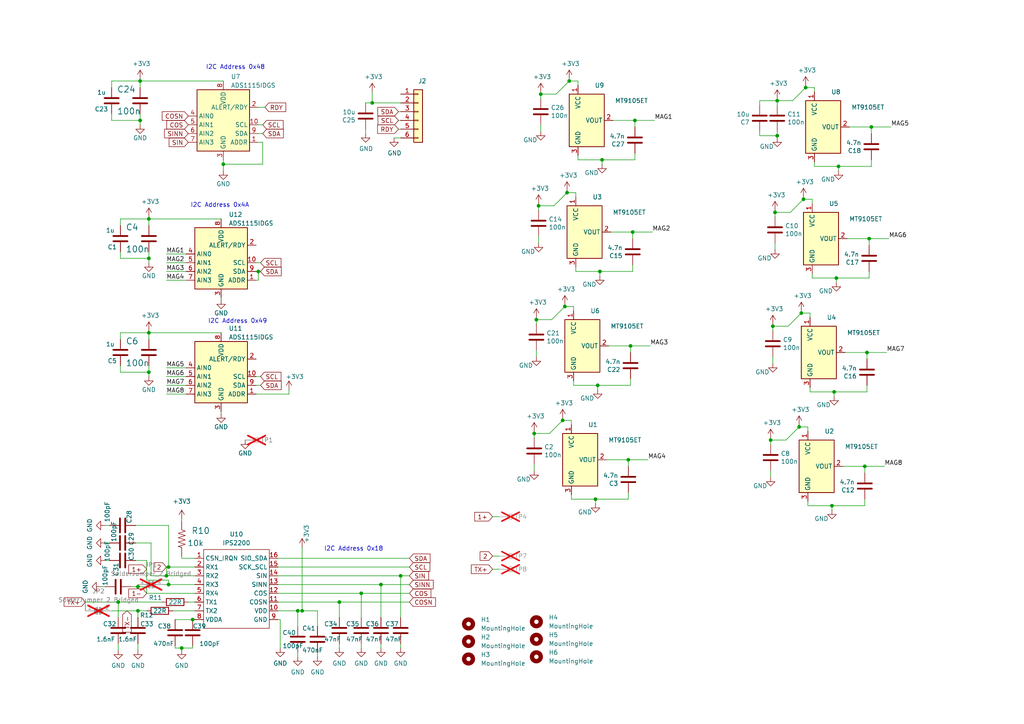
<source format=kicad_sch>
(kicad_sch (version 20230121) (generator eeschema)
  (paper "A4")
  (junction (at 232.41 90.805))
  (junction (at 107.95 29.845))
  (junction (at 182.245 133.35))
  (junction (at 173.355 111.76))
  (junction (at 163.83 88.9))
  (junction (at 225.425 39.37))
  (junction (at 43.18 96.52))
  (junction (at 172.72 144.78))
  (junction (at 154.94 125.73))
  (junction (at 40.64 23.495))
  (junction (at 223.52 127.635))
  (junction (at 74.93 78.74))
  (junction (at 252.73 36.83))
  (junction (at 250.825 135.255))
  (junction (at 155.575 92.71))
  (junction (at 87.63 177.165))
  (junction (at 40.005 170.18))
  (junction (at 252.095 69.215))
  (junction (at 224.155 94.615))
  (junction (at 225.425 29.21))
  (junction (at 183.515 67.31))
  (junction (at 64.77 47.625))
  (junction (at 241.935 113.665))
  (junction (at 48.895 164.465))
  (junction (at 40.005 177.165))
  (junction (at 86.36 177.165))
  (junction (at 173.99 78.74))
  (junction (at 156.21 59.69))
  (junction (at 55.88 179.705))
  (junction (at 48.26 167.005))
  (junction (at 224.79 61.595))
  (junction (at 231.775 123.825))
  (junction (at 184.15 34.925))
  (junction (at 182.88 100.33))
  (junction (at 43.18 107.95))
  (junction (at 163.195 121.92))
  (junction (at 43.18 63.5))
  (junction (at 104.775 172.085))
  (junction (at 165.1 23.495))
  (junction (at 52.705 187.96))
  (junction (at 242.57 80.645))
  (junction (at 164.465 55.88))
  (junction (at 156.845 27.305))
  (junction (at 98.425 174.625))
  (junction (at 48.895 169.545))
  (junction (at 40.64 34.925))
  (junction (at 34.29 174.625))
  (junction (at 174.625 46.355))
  (junction (at 241.3 146.685))
  (junction (at 243.205 48.26))
  (junction (at 43.18 74.93))
  (junction (at 233.68 25.4))
  (junction (at 116.205 167.005))
  (junction (at 233.045 57.785))
  (junction (at 251.46 102.235))
  (junction (at 110.49 169.545))
  (wire (pts (xy 160.02 92.71) (xy 163.83 88.9)))
  (wire (pts (xy 114.3 40.005) (xy 116.205 40.005)))
  (wire (pts (xy 225.425 29.21) (xy 229.87 29.21)))
  (wire (pts (xy 32.385 177.165) (xy 40.005 177.165)))
  (wire (pts (xy 184.15 34.925) (xy 184.15 36.83)))
  (wire (pts (xy 40.005 170.18) (xy 42.545 170.18)))
  (wire (pts (xy 234.315 125.095) (xy 234.315 123.825)))
  (wire (pts (xy 233.045 57.785) (xy 235.585 57.785)))
  (wire (pts (xy 43.18 74.93) (xy 43.18 76.2)))
  (wire (pts (xy 225.425 39.37) (xy 225.425 40.005)))
  (wire (pts (xy 220.345 30.48) (xy 220.345 29.21)))
  (wire (pts (xy 183.515 76.835) (xy 183.515 78.74)))
  (wire (pts (xy 48.26 81.28) (xy 53.975 81.28)))
  (wire (pts (xy 83.82 113.03) (xy 83.82 114.3)))
  (wire (pts (xy 31.75 157.48) (xy 30.48 157.48)))
  (wire (pts (xy 48.26 106.68) (xy 53.975 106.68)))
  (wire (pts (xy 224.155 94.615) (xy 228.6 94.615)))
  (wire (pts (xy 142.875 165.1) (xy 144.78 165.1)))
  (wire (pts (xy 223.52 127.635) (xy 223.52 128.905)))
  (wire (pts (xy 34.925 106.045) (xy 34.925 107.95)))
  (wire (pts (xy 55.88 179.705) (xy 56.515 179.705)))
  (wire (pts (xy 74.295 111.76) (xy 75.565 111.76)))
  (wire (pts (xy 167.64 46.355) (xy 174.625 46.355)))
  (wire (pts (xy 242.57 80.645) (xy 242.57 81.915)))
  (wire (pts (xy 40.005 186.69) (xy 40.005 188.595)))
  (wire (pts (xy 116.205 34.925) (xy 115.57 34.925)))
  (wire (pts (xy 48.895 152.4) (xy 48.895 164.465)))
  (wire (pts (xy 39.37 152.4) (xy 48.895 152.4)))
  (wire (pts (xy 104.775 186.69) (xy 104.775 187.96)))
  (wire (pts (xy 167.005 57.15) (xy 167.005 55.88)))
  (wire (pts (xy 75.565 109.22) (xy 74.295 109.22)))
  (wire (pts (xy 182.88 100.33) (xy 188.595 100.33)))
  (wire (pts (xy 87.63 158.75) (xy 87.63 177.165)))
  (wire (pts (xy 40.005 169.545) (xy 40.005 170.18)))
  (wire (pts (xy 250.825 144.78) (xy 250.825 146.685)))
  (wire (pts (xy 234.95 113.665) (xy 241.935 113.665)))
  (wire (pts (xy 142.875 149.86) (xy 144.78 149.86)))
  (wire (pts (xy 116.205 32.385) (xy 115.57 32.385)))
  (wire (pts (xy 34.925 74.93) (xy 43.18 74.93)))
  (wire (pts (xy 156.21 68.58) (xy 156.21 70.485)))
  (wire (pts (xy 40.64 23.495) (xy 64.77 23.495)))
  (wire (pts (xy 251.46 102.235) (xy 251.46 104.14)))
  (wire (pts (xy 30.48 170.18) (xy 29.21 170.18)))
  (wire (pts (xy 154.94 125.73) (xy 154.94 127)))
  (wire (pts (xy 183.515 67.31) (xy 183.515 69.215)))
  (wire (pts (xy 110.49 169.545) (xy 110.49 179.07)))
  (wire (pts (xy 40.64 33.02) (xy 40.64 34.925)))
  (wire (pts (xy 48.895 164.465) (xy 48.26 164.465)))
  (wire (pts (xy 48.26 164.465) (xy 48.26 167.005)))
  (wire (pts (xy 48.26 167.005) (xy 56.515 167.005)))
  (wire (pts (xy 56.515 164.465) (xy 48.895 164.465)))
  (wire (pts (xy 156.21 59.69) (xy 160.655 59.69)))
  (wire (pts (xy 252.73 36.83) (xy 252.73 38.735)))
  (wire (pts (xy 182.245 142.875) (xy 182.245 144.78)))
  (wire (pts (xy 251.46 111.76) (xy 251.46 113.665)))
  (wire (pts (xy 42.545 162.56) (xy 42.545 168.275)))
  (wire (pts (xy 39.37 162.56) (xy 42.545 162.56)))
  (wire (pts (xy 48.895 168.275) (xy 48.895 169.545)))
  (wire (pts (xy 42.545 168.275) (xy 48.895 168.275)))
  (wire (pts (xy 167.64 24.765) (xy 167.64 23.495)))
  (wire (pts (xy 224.79 61.595) (xy 224.79 62.865)))
  (wire (pts (xy 43.18 63.5) (xy 34.925 63.5)))
  (wire (pts (xy 156.845 36.195) (xy 156.845 38.1)))
  (wire (pts (xy 183.515 67.31) (xy 189.23 67.31)))
  (wire (pts (xy 165.735 123.19) (xy 165.735 121.92)))
  (wire (pts (xy 177.8 34.925) (xy 184.15 34.925)))
  (wire (pts (xy 224.79 60.96) (xy 224.79 61.595)))
  (wire (pts (xy 40.64 22.86) (xy 40.64 23.495)))
  (wire (pts (xy 252.095 69.215) (xy 257.81 69.215)))
  (wire (pts (xy 40.64 34.925) (xy 40.64 36.195)))
  (wire (pts (xy 173.99 78.74) (xy 173.99 80.01)))
  (wire (pts (xy 154.94 125.095) (xy 154.94 125.73)))
  (wire (pts (xy 48.26 109.22) (xy 53.975 109.22)))
  (wire (pts (xy 56.515 161.925) (xy 52.705 161.925)))
  (wire (pts (xy 104.775 172.085) (xy 104.775 179.07)))
  (wire (pts (xy 43.18 73.025) (xy 43.18 74.93)))
  (wire (pts (xy 167.64 45.085) (xy 167.64 46.355)))
  (wire (pts (xy 76.2 38.735) (xy 74.93 38.735)))
  (wire (pts (xy 116.205 167.005) (xy 116.205 179.07)))
  (wire (pts (xy 236.22 48.26) (xy 243.205 48.26)))
  (wire (pts (xy 225.425 38.1) (xy 225.425 39.37)))
  (wire (pts (xy 40.64 23.495) (xy 32.385 23.495)))
  (wire (pts (xy 155.575 92.075) (xy 155.575 92.71)))
  (wire (pts (xy 31.75 162.56) (xy 30.48 162.56)))
  (wire (pts (xy 245.11 102.235) (xy 251.46 102.235)))
  (wire (pts (xy 163.195 121.92) (xy 165.735 121.92)))
  (wire (pts (xy 43.18 96.52) (xy 34.925 96.52)))
  (wire (pts (xy 164.465 55.88) (xy 164.465 55.245)))
  (wire (pts (xy 40.64 23.495) (xy 40.64 25.4)))
  (wire (pts (xy 52.705 187.96) (xy 52.705 188.595)))
  (wire (pts (xy 233.68 25.4) (xy 236.22 25.4)))
  (wire (pts (xy 166.37 111.76) (xy 173.355 111.76)))
  (wire (pts (xy 182.245 133.35) (xy 182.245 135.255)))
  (wire (pts (xy 81.28 179.705) (xy 81.28 187.96)))
  (wire (pts (xy 81.28 179.705) (xy 80.645 179.705)))
  (wire (pts (xy 32.385 23.495) (xy 32.385 25.4)))
  (wire (pts (xy 225.425 28.575) (xy 225.425 29.21)))
  (wire (pts (xy 166.37 90.17) (xy 166.37 88.9)))
  (wire (pts (xy 234.95 112.395) (xy 234.95 113.665)))
  (wire (pts (xy 242.57 80.645) (xy 252.095 80.645)))
  (wire (pts (xy 43.18 107.95) (xy 43.18 109.22)))
  (wire (pts (xy 106.045 29.845) (xy 107.95 29.845)))
  (wire (pts (xy 241.3 146.685) (xy 241.3 147.955)))
  (wire (pts (xy 224.79 70.485) (xy 224.79 72.39)))
  (wire (pts (xy 163.83 88.9) (xy 166.37 88.9)))
  (wire (pts (xy 74.93 78.74) (xy 74.295 78.74)))
  (wire (pts (xy 116.205 37.465) (xy 115.57 37.465)))
  (wire (pts (xy 43.18 63.5) (xy 64.135 63.5)))
  (wire (pts (xy 64.77 47.625) (xy 64.77 49.53)))
  (wire (pts (xy 98.425 186.69) (xy 98.425 187.96)))
  (wire (pts (xy 38.1 170.18) (xy 40.005 170.18)))
  (wire (pts (xy 42.545 170.18) (xy 42.545 172.085)))
  (wire (pts (xy 42.545 172.085) (xy 56.515 172.085)))
  (wire (pts (xy 160.655 59.69) (xy 164.465 55.88)))
  (wire (pts (xy 224.155 93.98) (xy 224.155 94.615)))
  (wire (pts (xy 223.52 136.525) (xy 223.52 138.43)))
  (wire (pts (xy 48.26 76.2) (xy 53.975 76.2)))
  (wire (pts (xy 177.165 67.31) (xy 183.515 67.31)))
  (wire (pts (xy 156.845 26.67) (xy 156.845 27.305)))
  (wire (pts (xy 252.73 46.355) (xy 252.73 48.26)))
  (wire (pts (xy 245.745 69.215) (xy 252.095 69.215)))
  (wire (pts (xy 110.49 186.69) (xy 110.49 187.96)))
  (wire (pts (xy 167.005 78.74) (xy 173.99 78.74)))
  (wire (pts (xy 43.815 157.48) (xy 43.815 167.005)))
  (wire (pts (xy 39.37 157.48) (xy 43.815 157.48)))
  (wire (pts (xy 43.815 167.005) (xy 48.26 167.005)))
  (wire (pts (xy 174.625 46.355) (xy 184.15 46.355)))
  (wire (pts (xy 55.88 187.325) (xy 55.88 187.96)))
  (wire (pts (xy 64.77 46.355) (xy 64.77 47.625)))
  (wire (pts (xy 252.73 36.83) (xy 258.445 36.83)))
  (wire (pts (xy 52.705 161.29) (xy 52.705 161.925)))
  (wire (pts (xy 236.22 46.99) (xy 236.22 48.26)))
  (wire (pts (xy 98.425 174.625) (xy 98.425 179.07)))
  (wire (pts (xy 48.26 78.74) (xy 53.975 78.74)))
  (wire (pts (xy 50.8 179.705) (xy 55.88 179.705)))
  (wire (pts (xy 50.8 187.96) (xy 52.705 187.96)))
  (wire (pts (xy 155.575 92.71) (xy 160.02 92.71)))
  (wire (pts (xy 154.94 125.73) (xy 159.385 125.73)))
  (wire (pts (xy 243.205 48.26) (xy 252.73 48.26)))
  (wire (pts (xy 224.79 61.595) (xy 229.235 61.595)))
  (wire (pts (xy 220.345 29.21) (xy 225.425 29.21)))
  (wire (pts (xy 223.52 127.635) (xy 227.965 127.635)))
  (wire (pts (xy 64.135 119.38) (xy 64.135 120.015)))
  (wire (pts (xy 87.63 177.165) (xy 92.075 177.165)))
  (wire (pts (xy 92.075 177.165) (xy 92.075 181.61)))
  (wire (pts (xy 86.36 177.165) (xy 87.63 177.165)))
  (wire (pts (xy 24.765 174.625) (xy 34.29 174.625)))
  (wire (pts (xy 24.765 174.625) (xy 24.765 177.165)))
  (wire (pts (xy 34.29 174.625) (xy 46.99 174.625)))
  (wire (pts (xy 40.005 177.165) (xy 42.545 177.165)))
  (wire (pts (xy 233.68 25.4) (xy 233.68 24.765)))
  (wire (pts (xy 220.345 39.37) (xy 225.425 39.37)))
  (wire (pts (xy 173.99 78.74) (xy 183.515 78.74)))
  (wire (pts (xy 250.825 135.255) (xy 256.54 135.255)))
  (wire (pts (xy 75.565 76.2) (xy 74.295 76.2)))
  (wire (pts (xy 76.835 31.115) (xy 74.93 31.115)))
  (wire (pts (xy 80.645 164.465) (xy 118.745 164.465)))
  (wire (pts (xy 172.72 144.78) (xy 182.245 144.78)))
  (wire (pts (xy 236.22 26.67) (xy 236.22 25.4)))
  (wire (pts (xy 64.77 47.625) (xy 76.2 47.625)))
  (wire (pts (xy 165.735 143.51) (xy 165.735 144.78)))
  (wire (pts (xy 234.315 146.685) (xy 241.3 146.685)))
  (wire (pts (xy 232.41 90.805) (xy 232.41 90.17)))
  (wire (pts (xy 34.925 96.52) (xy 34.925 98.425)))
  (wire (pts (xy 184.15 44.45) (xy 184.15 46.355)))
  (wire (pts (xy 92.075 189.23) (xy 92.075 190.5)))
  (wire (pts (xy 161.29 27.305) (xy 165.1 23.495)))
  (wire (pts (xy 173.355 111.76) (xy 182.88 111.76)))
  (wire (pts (xy 172.72 144.78) (xy 172.72 146.05)))
  (wire (pts (xy 228.6 94.615) (xy 232.41 90.805)))
  (wire (pts (xy 235.585 80.645) (xy 242.57 80.645)))
  (wire (pts (xy 156.845 27.305) (xy 156.845 28.575)))
  (wire (pts (xy 182.88 100.33) (xy 182.88 102.235)))
  (wire (pts (xy 235.585 79.375) (xy 235.585 80.645)))
  (wire (pts (xy 252.095 78.74) (xy 252.095 80.645)))
  (wire (pts (xy 48.26 73.66) (xy 53.975 73.66)))
  (wire (pts (xy 251.46 102.235) (xy 257.175 102.235)))
  (wire (pts (xy 80.645 172.085) (xy 104.775 172.085)))
  (wire (pts (xy 104.775 172.085) (xy 118.745 172.085)))
  (wire (pts (xy 34.925 107.95) (xy 43.18 107.95)))
  (wire (pts (xy 75.565 78.74) (xy 74.93 78.74)))
  (wire (pts (xy 224.155 94.615) (xy 224.155 95.885)))
  (wire (pts (xy 34.29 186.69) (xy 34.29 188.595)))
  (wire (pts (xy 48.26 111.76) (xy 53.975 111.76)))
  (wire (pts (xy 165.1 23.495) (xy 167.64 23.495)))
  (wire (pts (xy 241.935 113.665) (xy 251.46 113.665)))
  (wire (pts (xy 176.53 100.33) (xy 182.88 100.33)))
  (wire (pts (xy 98.425 174.625) (xy 118.745 174.625)))
  (wire (pts (xy 80.645 174.625) (xy 98.425 174.625)))
  (wire (pts (xy 241.3 146.685) (xy 250.825 146.685)))
  (wire (pts (xy 80.645 167.005) (xy 116.205 167.005)))
  (wire (pts (xy 116.205 167.005) (xy 118.745 167.005)))
  (wire (pts (xy 182.245 133.35) (xy 187.96 133.35)))
  (wire (pts (xy 220.345 38.1) (xy 220.345 39.37)))
  (wire (pts (xy 164.465 55.88) (xy 167.005 55.88)))
  (wire (pts (xy 32.385 34.925) (xy 40.64 34.925)))
  (wire (pts (xy 48.26 114.3) (xy 53.975 114.3)))
  (wire (pts (xy 184.15 34.925) (xy 189.865 34.925)))
  (wire (pts (xy 43.18 96.52) (xy 43.18 98.425)))
  (wire (pts (xy 107.95 29.845) (xy 116.205 29.845)))
  (wire (pts (xy 74.295 81.28) (xy 74.93 81.28)))
  (wire (pts (xy 229.87 29.21) (xy 233.68 25.4)))
  (wire (pts (xy 165.735 144.78) (xy 172.72 144.78)))
  (wire (pts (xy 43.18 63.5) (xy 43.18 65.405)))
  (wire (pts (xy 252.095 69.215) (xy 252.095 71.12)))
  (wire (pts (xy 34.925 63.5) (xy 34.925 65.405)))
  (wire (pts (xy 31.75 152.4) (xy 30.48 152.4)))
  (wire (pts (xy 64.135 86.36) (xy 64.135 86.995)))
  (wire (pts (xy 173.355 111.76) (xy 173.355 113.03)))
  (wire (pts (xy 74.93 41.275) (xy 76.2 41.275)))
  (wire (pts (xy 166.37 110.49) (xy 166.37 111.76)))
  (wire (pts (xy 155.575 101.6) (xy 155.575 103.505)))
  (wire (pts (xy 165.1 23.495) (xy 165.1 22.86)))
  (wire (pts (xy 43.18 106.045) (xy 43.18 107.95)))
  (wire (pts (xy 50.8 187.325) (xy 50.8 187.96)))
  (wire (pts (xy 80.645 169.545) (xy 110.49 169.545)))
  (wire (pts (xy 110.49 169.545) (xy 118.745 169.545)))
  (wire (pts (xy 233.045 57.785) (xy 233.045 57.15)))
  (wire (pts (xy 234.95 92.075) (xy 234.95 90.805)))
  (wire (pts (xy 225.425 29.21) (xy 225.425 30.48)))
  (wire (pts (xy 159.385 125.73) (xy 163.195 121.92)))
  (wire (pts (xy 224.155 103.505) (xy 224.155 105.41)))
  (wire (pts (xy 52.705 150.495) (xy 52.705 151.13)))
  (wire (pts (xy 163.195 121.92) (xy 163.195 121.285)))
  (wire (pts (xy 250.825 135.255) (xy 250.825 137.16)))
  (wire (pts (xy 235.585 59.055) (xy 235.585 57.785)))
  (wire (pts (xy 229.235 61.595) (xy 233.045 57.785)))
  (wire (pts (xy 76.2 41.275) (xy 76.2 47.625)))
  (wire (pts (xy 34.925 73.025) (xy 34.925 74.93)))
  (wire (pts (xy 154.94 134.62) (xy 154.94 136.525)))
  (wire (pts (xy 32.385 33.02) (xy 32.385 34.925)))
  (wire (pts (xy 86.36 189.23) (xy 86.36 190.5)))
  (wire (pts (xy 231.775 123.825) (xy 231.775 123.19)))
  (wire (pts (xy 223.52 127) (xy 223.52 127.635)))
  (wire (pts (xy 54.61 174.625) (xy 56.515 174.625)))
  (wire (pts (xy 231.775 123.825) (xy 234.315 123.825)))
  (wire (pts (xy 142.875 161.29) (xy 144.78 161.29)))
  (wire (pts (xy 155.575 92.71) (xy 155.575 93.98)))
  (wire (pts (xy 234.315 145.415) (xy 234.315 146.685)))
  (wire (pts (xy 40.005 177.165) (xy 40.005 179.07)))
  (wire (pts (xy 55.88 187.96) (xy 52.705 187.96)))
  (wire (pts (xy 246.38 36.83) (xy 252.73 36.83)))
  (wire (pts (xy 107.95 26.67) (xy 107.95 29.845)))
  (wire (pts (xy 43.18 96.52) (xy 64.135 96.52)))
  (wire (pts (xy 76.2 36.195) (xy 74.93 36.195)))
  (wire (pts (xy 227.965 127.635) (xy 231.775 123.825)))
  (wire (pts (xy 74.295 114.3) (xy 83.82 114.3)))
  (wire (pts (xy 232.41 90.805) (xy 234.95 90.805)))
  (wire (pts (xy 86.36 177.165) (xy 86.36 181.61)))
  (wire (pts (xy 80.645 177.165) (xy 86.36 177.165)))
  (wire (pts (xy 182.88 109.855) (xy 182.88 111.76)))
  (wire (pts (xy 167.005 77.47) (xy 167.005 78.74)))
  (wire (pts (xy 43.18 95.885) (xy 43.18 96.52)))
  (wire (pts (xy 243.205 48.26) (xy 243.205 49.53)))
  (wire (pts (xy 34.29 179.07) (xy 34.29 174.625)))
  (wire (pts (xy 47.625 169.545) (xy 48.895 169.545)))
  (wire (pts (xy 163.83 88.9) (xy 163.83 88.265)))
  (wire (pts (xy 244.475 135.255) (xy 250.825 135.255)))
  (wire (pts (xy 56.515 169.545) (xy 48.895 169.545)))
  (wire (pts (xy 80.645 161.925) (xy 118.745 161.925)))
  (wire (pts (xy 175.895 133.35) (xy 182.245 133.35)))
  (wire (pts (xy 43.18 62.865) (xy 43.18 63.5)))
  (wire (pts (xy 106.045 38.735) (xy 106.045 37.465)))
  (wire (pts (xy 74.93 78.74) (xy 74.93 81.28)))
  (wire (pts (xy 156.845 27.305) (xy 161.29 27.305)))
  (wire (pts (xy 241.935 113.665) (xy 241.935 114.935)))
  (wire (pts (xy 174.625 46.355) (xy 174.625 47.625)))
  (wire (pts (xy 156.21 59.69) (xy 156.21 60.96)))
  (wire (pts (xy 116.205 186.69) (xy 116.205 187.96)))
  (wire (pts (xy 156.21 59.055) (xy 156.21 59.69)))
  (wire (pts (xy 50.165 177.165) (xy 56.515 177.165)))
  (text "I2C Address 0x49" (at 60.325 93.98 0) (effects (font (size 1.27 1.27)) (justify left bottom)))
  (text "I2C Address 0x18" (at 93.98 160.02 0) (effects (font (size 1.27 1.27)) (justify left bottom)))
  (text "I2C Address 0x48" (at 59.69 20.32 0) (effects (font (size 1.27 1.27)) (justify left bottom)))
  (text "I2C Address 0x4A" (at 55.245 60.325 0) (effects (font (size 1.27 1.27)) (justify left bottom)))
  (label "MAG3" (at 188.595 100.33 0))
  (label "MAG8" (at 48.26 114.3 0))
  (label "MAG2" (at 48.26 76.2 0))
  (label "MAG4" (at 187.96 133.35 0))
  (label "MAG6" (at 48.26 109.22 0))
  (label "MAG3" (at 48.26 78.74 0))
  (label "MAG8" (at 256.54 135.255 0))
  (label "MAG5" (at 258.445 36.83 0))
  (label "MAG7" (at 48.26 111.76 0))
  (label "MAG2" (at 189.23 67.31 0))
  (label "MAG1" (at 189.865 34.925 0))
  (label "MAG1" (at 48.26 73.66 0))
  (label "MAG7" (at 257.175 102.235 0))
  (label "MAG6" (at 257.81 69.215 0))
  (label "MAG4" (at 48.26 81.28 0))
  (label "MAG5" (at 48.26 106.68 0))
  (global_label "SDA" (shape input) (at 75.565 78.74 0) (property "Intersheetrefs" "${INTERSHEET_REFS}" (effects hide)))
  (global_label "1-" (shape input) (at 42.545 172.085 180) (property "Intersheetrefs" "${INTERSHEET_REFS}" (effects hide)))
  (global_label "1+" (shape input) (at 42.545 165.1 180) (property "Intersheetrefs" "${INTERSHEET_REFS}" (effects hide)))
  (global_label "COS" (shape input) (at 118.745 172.085 0) (property "Intersheetrefs" "${INTERSHEET_REFS}" (effects hide)))
  (global_label "SCL" (shape input) (at 115.57 34.925 180) (property "Intersheetrefs" "${INTERSHEET_REFS}" (effects hide)))
  (global_label "SDA" (shape input) (at 118.745 161.925 0) (property "Intersheetrefs" "${INTERSHEET_REFS}" (effects hide)))
  (global_label "SIN" (shape input) (at 118.745 167.005 0) (property "Intersheetrefs" "${INTERSHEET_REFS}" (effects hide)))
  (global_label "SCL" (shape input) (at 76.2 36.195 0) (property "Intersheetrefs" "${INTERSHEET_REFS}" (effects hide)))
  (global_label "TX-" (shape input) (at 36.83 177.165 270) (property "Intersheetrefs" "${INTERSHEET_REFS}" (effects hide)))
  (global_label "COSN" (shape input) (at 118.745 174.625 0) (property "Intersheetrefs" "${INTERSHEET_REFS}" (effects hide)))
  (global_label "RDY" (shape input) (at 115.57 37.465 180) (property "Intersheetrefs" "${INTERSHEET_REFS}" (effects hide)))
  (global_label "COSN" (shape input) (at 54.61 33.655 180) (property "Intersheetrefs" "${INTERSHEET_REFS}" (effects hide)))
  (global_label "2" (shape input) (at 142.875 161.29 180) (property "Intersheetrefs" "${INTERSHEET_REFS}" (effects hide)))
  (global_label "SCL" (shape input) (at 75.565 76.2 0) (property "Intersheetrefs" "${INTERSHEET_REFS}" (effects hide)))
  (global_label "TX+" (shape input) (at 24.765 174.625 180) (property "Intersheetrefs" "${INTERSHEET_REFS}" (effects hide)))
  (global_label "SINN" (shape input) (at 118.745 169.545 0) (property "Intersheetrefs" "${INTERSHEET_REFS}" (effects hide)))
  (global_label "SDA" (shape input) (at 115.57 32.385 180) (property "Intersheetrefs" "${INTERSHEET_REFS}" (effects hide)))
  (global_label "SDA" (shape input) (at 76.2 38.735 0) (property "Intersheetrefs" "${INTERSHEET_REFS}" (effects hide)))
  (global_label "2" (shape input) (at 48.26 164.465 180) (property "Intersheetrefs" "${INTERSHEET_REFS}" (effects hide)))
  (global_label "SCL" (shape input) (at 75.565 109.22 0) (property "Intersheetrefs" "${INTERSHEET_REFS}" (effects hide)))
  (global_label "COS" (shape input) (at 54.61 36.195 180) (property "Intersheetrefs" "${INTERSHEET_REFS}" (effects hide)))
  (global_label "1+" (shape input) (at 142.875 149.86 180) (property "Intersheetrefs" "${INTERSHEET_REFS}" (effects hide)))
  (global_label "SCL" (shape input) (at 118.745 164.465 0) (property "Intersheetrefs" "${INTERSHEET_REFS}" (effects hide)))
  (global_label "SINN" (shape input) (at 54.61 38.735 180) (property "Intersheetrefs" "${INTERSHEET_REFS}" (effects hide)))
  (global_label "RDY" (shape input) (at 76.835 31.115 0) (property "Intersheetrefs" "${INTERSHEET_REFS}" (effects hide)))
  (global_label "TX+" (shape input) (at 142.875 165.1 180) (property "Intersheetrefs" "${INTERSHEET_REFS}" (effects hide)))
  (global_label "SDA" (shape input) (at 75.565 111.76 0) (property "Intersheetrefs" "${INTERSHEET_REFS}" (effects hide)))
  (global_label "SIN" (shape input) (at 54.61 41.275 180) (property "Intersheetrefs" "${INTERSHEET_REFS}" (effects hide)))
  (symbol (lib_id "power:GND") (at 86.36 190.5 0) (unit 1)
    (property "Reference" "#PWR063" (effects hide))
    (property "Value" "GND" (at 86.36 194.945 0))
  )
  (symbol (lib_id "Device:C") (at 40.64 29.21 0) (unit 1)
    (property "Reference" "C24" (at 33.909 26.924 0) (effects (font (size 1.778 1.778)) (justify left bottom)))
    (property "Value" "100n" (at 33.8836 33.274 0) (effects (font (size 1.778 1.778)) (justify left bottom)))
    (property "Footprint" "Capacitor_SMD:C_0603_1608Metric" (effects hide))
  )
  (symbol (lib_id "power:GND") (at 40.005 188.595 0) (unit 1)
    (property "Reference" "#PWR061" (effects hide))
    (property "Value" "GND" (at 40.005 193.04 0))
  )
  (symbol (lib_id "Mechanical:MountingHole") (at 155.575 190.5 0) (unit 1)
    (property "Reference" "H6" (at 159.131 189.2299 0) (effects (justify left)))
    (property "Value" "MountingHole" (at 159.131 191.7699 0) (effects (justify left)))
    (property "Footprint" "encoder:SMD_BD5.6-D4.1" (effects hide))
    (property "LCSC" "C2915308" (effects hide))
  )
  (symbol (lib_id "Sensor_Magnetic:A1101LLHL") (at 237.49 102.235 0) (unit 1)
    (property "Reference" "U4" (at 242.57 92.0749 0) (effects (justify right)))
    (property "Value" "MT9105ET" (at 255.27 96.5199 0) (effects (justify right)))
    (property "Footprint" "Package_TO_SOT_SMD:SOT-23" (effects hide))
    (property "LCSC" "C967861" (effects hide))
  )
  (symbol (lib_id "power:GND") (at 173.355 113.03 0) (unit 1)
    (property "Reference" "#PWR035" (effects hide))
    (property "Value" "GND" (at 170.307 115.5192 0))
  )
  (symbol (lib_id "Mechanical:MountingHole") (at 135.89 191.135 0) (unit 1)
    (property "Reference" "H3" (at 139.446 189.8649 0) (effects (justify left)))
    (property "Value" "MountingHole" (at 139.446 192.4049 0) (effects (justify left)))
    (property "Footprint" "encoder:SMD_BD5.6-D4.1" (effects hide))
    (property "LCSC" "C2915308" (effects hide))
  )
  (symbol (lib_id "power:+3V3") (at 107.95 26.67 0) (unit 1)
    (property "Reference" "#PWR038" (effects hide))
    (property "Value" "+3V3" (at 108.331 22.2758 0))
  )
  (symbol (lib_id "Connector_Generic:Conn_01x06") (at 121.285 32.385 0) (unit 1)
    (property "Reference" "J2" (at 121.285 23.4949 0) (effects (justify left)))
    (property "Value" "Conn_01x06" (effects hide))
    (property "Footprint" "parts:Ckmtw-W-2510S06P_1x06_P2.54mm_Horizontal" (effects hide))
    (property "LCSC" "C2982045" (effects hide))
  )
  (symbol (lib_id "power:GND") (at 30.48 162.56 270) (unit 1)
    (property "Reference" "#PWR053" (effects hide))
    (property "Value" "GND" (at 26.035 162.56 0))
  )
  (symbol (lib_id "Device:C") (at 86.36 185.42 180) (unit 1)
    (property "Reference" "C40" (at 81.915 183.5149 0) (effects (justify right)))
    (property "Value" "100pF" (at 81.915 187.3249 0) (effects (justify right)))
    (property "Footprint" "Capacitor_SMD:C_0603_1608Metric" (effects hide))
    (property "LCSC" "C14665" (effects hide))
  )
  (symbol (lib_id "Device:C") (at 184.15 40.64 180) (unit 1)
    (property "Reference" "C27" (at 181.229 41.8084 0) (effects (justify left)))
    (property "Value" "4.7n" (at 181.229 39.497 0) (effects (justify left)))
    (property "Footprint" "Capacitor_SMD:C_0603_1608Metric" (effects hide))
    (property "LCSC" "C106218" (effects hide))
  )
  (symbol (lib_id "Device:C") (at 251.46 107.95 180) (unit 1)
    (property "Reference" "C16" (at 248.539 109.1184 0) (effects (justify left)))
    (property "Value" "4.7n" (at 248.539 106.807 0) (effects (justify left)))
    (property "Footprint" "Capacitor_SMD:C_0603_1608Metric" (effects hide))
    (property "LCSC" "C106218" (effects hide))
  )
  (symbol (lib_id "Device:R") (at 50.8 174.625 90) (unit 1)
    (property "Reference" "R11" (at 45.085 173.355 90))
    (property "Value" "22R" (at 50.8 174.625 90))
    (property "Footprint" "Resistor_SMD:R_0603_1608Metric" (effects hide))
    (property "LCSC" "C107701" (effects hide))
  )
  (symbol (lib_id "power:GND") (at 104.775 187.96 0) (unit 1)
    (property "Reference" "#PWR057" (effects hide))
    (property "Value" "GND" (at 104.775 192.405 0))
  )
  (symbol (lib_id "Device:C") (at 35.56 157.48 90) (unit 1)
    (property "Reference" "C29" (at 38.1001 154.305 0) (effects (justify right)))
    (property "Value" "100pF" (at 33.0201 151.13 0) (effects (justify right)))
    (property "Footprint" "Capacitor_SMD:C_0603_1608Metric" (effects hide))
    (property "LCSC" "C14665" (effects hide))
  )
  (symbol (lib_id "power:+3V3") (at 163.195 121.285 0) (unit 1)
    (property "Reference" "#PWR03" (effects hide))
    (property "Value" "+3V3" (at 163.576 116.8908 0))
  )
  (symbol (lib_id "power:+3V3") (at 231.775 123.19 0) (unit 1)
    (property "Reference" "#PWR015" (effects hide))
    (property "Value" "+3V3" (at 232.156 118.7958 0))
  )
  (symbol (lib_id "Device:C") (at 32.385 29.21 180) (unit 1)
    (property "Reference" "C23" (at 31.369 31.6484 0) (effects (justify left)))
    (property "Value" "1u" (at 30.734 26.797 0) (effects (justify left)))
    (property "Footprint" "Capacitor_SMD:C_0603_1608Metric" (effects hide))
    (property "LCSC" "C15849" (effects hide))
  )
  (symbol (lib_id "Sensor_Magnetic:A1101LLHL") (at 236.855 135.255 0) (unit 1)
    (property "Reference" "U2" (at 241.935 125.0949 0) (effects (justify right)))
    (property "Value" "MT9105ET" (at 254.635 129.5399 0) (effects (justify right)))
    (property "Footprint" "Package_TO_SOT_SMD:SOT-23" (effects hide))
    (property "LCSC" "C967861" (effects hide))
  )
  (symbol (lib_id "power:GND") (at 71.12 127.635 0) (unit 1)
    (property "Reference" "#PWR045" (effects hide))
    (property "Value" "GND" (at 71.12 131.445 0))
  )
  (symbol (lib_id "power:GND") (at 116.205 187.96 0) (unit 1)
    (property "Reference" "#PWR059" (effects hide))
    (property "Value" "GND" (at 116.205 192.405 0))
  )
  (symbol (lib_id "Device:C") (at 225.425 34.29 0) (unit 1)
    (property "Reference" "C11" (at 228.346 33.1216 0) (effects (justify left)))
    (property "Value" "100n" (at 228.346 35.433 0) (effects (justify left)))
    (property "Footprint" "Capacitor_SMD:C_0603_1608Metric" (effects hide))
    (property "LCSC" "C14663" (effects hide))
  )
  (symbol (lib_id "power:GND") (at 64.135 86.995 0) (unit 1)
    (property "Reference" "#PWR032" (effects hide))
    (property "Value" "GND" (at 64.135 90.805 0))
  )
  (symbol (lib_id "Sensor_Magnetic:A1101LLHL") (at 238.76 36.83 0) (unit 1)
    (property "Reference" "U8" (at 243.84 26.6699 0) (effects (justify right)))
    (property "Value" "MT9105ET" (at 256.54 31.1149 0) (effects (justify right)))
    (property "Footprint" "Package_TO_SOT_SMD:SOT-23" (effects hide))
    (property "LCSC" "C967861" (effects hide))
  )
  (symbol (lib_id "power:+3V3") (at 154.94 125.095 0) (unit 1)
    (property "Reference" "#PWR01" (effects hide))
    (property "Value" "+3V3" (at 155.321 120.7008 0))
  )
  (symbol (lib_id "Mechanical:MountingHole") (at 135.89 180.975 0) (unit 1)
    (property "Reference" "H1" (at 139.446 179.7049 0) (effects (justify left)))
    (property "Value" "MountingHole" (at 139.446 182.2449 0) (effects (justify left)))
    (property "Footprint" "encoder:SMD_BD5.6-D4.1" (effects hide))
    (property "LCSC" "C2915308" (effects hide))
  )
  (symbol (lib_id "Sensor_Magnetic:A1101LLHL") (at 168.275 133.35 0) (unit 1)
    (property "Reference" "U1" (at 173.355 123.1899 0) (effects (justify right)))
    (property "Value" "MT9105ET" (at 186.055 127.6349 0) (effects (justify right)))
    (property "Footprint" "Package_TO_SOT_SMD:SOT-23" (effects hide))
    (property "LCSC" "C967861" (effects hide))
  )
  (symbol (lib_id "power:GND") (at 223.52 138.43 0) (unit 1)
    (property "Reference" "#PWR06" (effects hide))
    (property "Value" "GND" (at 220.472 140.9192 0))
  )
  (symbol (lib_id "Connector:TestPoint") (at 144.78 165.1 270) (unit 1) (in_bom no) (dnp yes)
    (property "Reference" "TP8" (at 149.225 165.1 90) (effects (justify left)))
    (property "Value" "TestPoint" (effects hide))
    (property "Footprint" "TestPoint:TestPoint_Pad_D2.0mm" (effects hide))
  )
  (symbol (lib_id "power:+3V3") (at 155.575 92.075 0) (unit 1)
    (property "Reference" "#PWR025" (effects hide))
    (property "Value" "+3V3" (at 155.956 87.6808 0))
  )
  (symbol (lib_id "Sensor_Magnetic:A1101LLHL") (at 169.545 67.31 0) (unit 1)
    (property "Reference" "U3" (at 174.625 57.1499 0) (effects (justify right)))
    (property "Value" "MT9105ET" (at 187.325 61.5949 0) (effects (justify right)))
    (property "Footprint" "Package_TO_SOT_SMD:SOT-23" (effects hide))
    (property "LCSC" "C967861" (effects hide))
  )
  (symbol (lib_id "Device:C") (at 106.045 33.655 180) (unit 1)
    (property "Reference" "C25" (at 103.124 34.8234 0) (effects (justify left)))
    (property "Value" "10u" (at 103.124 32.512 0) (effects (justify left)))
    (property "Footprint" "Capacitor_SMD:C_0805_2012Metric" (effects hide))
    (property "LCSC" "C15850" (effects hide))
  )
  (symbol (lib_id "Device:C") (at 250.825 140.97 180) (unit 1)
    (property "Reference" "C12" (at 247.904 142.1384 0) (effects (justify left)))
    (property "Value" "4.7n" (at 247.904 139.827 0) (effects (justify left)))
    (property "Footprint" "Capacitor_SMD:C_0603_1608Metric" (effects hide))
    (property "LCSC" "C106218" (effects hide))
  )
  (symbol (lib_id "power:GND") (at 114.3 40.005 0) (unit 1)
    (property "Reference" "#PWR040" (effects hide))
    (property "Value" "GND" (at 114.427 44.3992 0))
  )
  (symbol (lib_id "Device:C") (at 34.925 69.215 180) (unit 1)
    (property "Reference" "C1" (at 33.909 71.6534 0) (effects (justify left)))
    (property "Value" "1u" (at 33.274 66.802 0) (effects (justify left)))
    (property "Footprint" "Capacitor_SMD:C_0603_1608Metric" (effects hide))
    (property "LCSC" "C15849" (effects hide))
  )
  (symbol (lib_id "Device:C") (at 252.73 42.545 180) (unit 1)
    (property "Reference" "C18" (at 249.809 43.7134 0) (effects (justify left)))
    (property "Value" "4.7n" (at 249.809 41.402 0) (effects (justify left)))
    (property "Footprint" "Capacitor_SMD:C_0603_1608Metric" (effects hide))
    (property "LCSC" "C106218" (effects hide))
  )
  (symbol (lib_id "power:+3V3") (at 232.41 90.17 0) (unit 1)
    (property "Reference" "#PWR016" (effects hide))
    (property "Value" "+3V3" (at 232.791 85.7758 0))
  )
  (symbol (lib_id "Connector:TestPoint") (at 144.78 161.29 270) (unit 1) (in_bom no) (dnp yes)
    (property "Reference" "TP7" (at 149.225 161.29 90) (effects (justify left)))
    (property "Value" "TestPoint" (effects hide))
    (property "Footprint" "TestPoint:TestPoint_Pad_D2.0mm" (effects hide))
  )
  (symbol (lib_id "Device:C") (at 183.515 73.025 180) (unit 1)
    (property "Reference" "C15" (at 180.594 74.1934 0) (effects (justify left)))
    (property "Value" "4.7n" (at 180.594 71.882 0) (effects (justify left)))
    (property "Footprint" "Capacitor_SMD:C_0603_1608Metric" (effects hide))
    (property "LCSC" "C106218" (effects hide))
  )
  (symbol (lib_id "Sensor_Magnetic:A1101LLHL") (at 238.125 69.215 0) (unit 1)
    (property "Reference" "U5" (at 243.205 59.0549 0) (effects (justify right)))
    (property "Value" "MT9105ET" (at 255.905 63.4999 0) (effects (justify right)))
    (property "Footprint" "Package_TO_SOT_SMD:SOT-23" (effects hide))
    (property "LCSC" "C967861" (effects hide))
  )
  (symbol (lib_id "power:GND") (at 174.625 47.625 0) (unit 1)
    (property "Reference" "#PWR048" (effects hide))
    (property "Value" "GND" (at 171.577 50.1142 0))
  )
  (symbol (lib_id "power:+3V3") (at 233.045 57.15 0) (unit 1)
    (property "Reference" "#PWR018" (effects hide))
    (property "Value" "+3V3" (at 233.426 52.7558 0))
  )
  (symbol (lib_id "power:GND") (at 30.48 152.4 270) (unit 1)
    (property "Reference" "#PWR050" (effects hide))
    (property "Value" "GND" (at 26.035 152.4 0))
  )
  (symbol (lib_id "power:GND") (at 110.49 187.96 0) (unit 1)
    (property "Reference" "#PWR058" (effects hide))
    (property "Value" "GND" (at 110.49 192.405 0))
  )
  (symbol (lib_id "Mechanical:MountingHole") (at 155.575 185.42 0) (unit 1)
    (property "Reference" "H5" (at 159.131 184.1499 0) (effects (justify left)))
    (property "Value" "MountingHole" (at 159.131 186.6899 0) (effects (justify left)))
    (property "Footprint" "encoder:SMD_BD5.6-D4.1" (effects hide))
    (property "LCSC" "C2915308" (effects hide))
  )
  (symbol (lib_id "power:+3V3") (at 163.83 88.265 0) (unit 1)
    (property "Reference" "#PWR024" (effects hide))
    (property "Value" "+3V3" (at 164.211 83.8708 0))
  )
  (symbol (lib_id "MotorController:TAYLOR_RESISTOR") (at 52.705 156.21 270) (unit 1)
    (property "Reference" "R10" (at 55.4736 154.94 90) (effects (font (size 1.778 1.778)) (justify left bottom)))
    (property "Value" "10k" (at 54.356 156.591 90) (effects (font (size 1.651 1.651)) (justify left top)))
    (property "Footprint" "Resistor_SMD:R_0603_1608Metric" (effects hide))
    (property "LCSC" "C25804" (effects hide))
  )
  (symbol (lib_id "power:+3V3") (at 43.18 62.865 0) (unit 1)
    (property "Reference" "#PWR028" (effects hide))
    (property "Value" "+3V3" (at 43.561 58.4708 0))
  )
  (symbol (lib_id "Mechanical:MountingHole") (at 135.89 186.055 0) (unit 1)
    (property "Reference" "H2" (at 139.446 184.7849 0) (effects (justify left)))
    (property "Value" "MountingHole" (at 139.446 187.3249 0) (effects (justify left)))
    (property "Footprint" "encoder:SMD_BD5.6-D4.1" (effects hide))
    (property "LCSC" "C2915308" (effects hide))
  )
  (symbol (lib_id "Sensor_Magnetic:A1101LLHL") (at 170.18 34.925 0) (unit 1)
    (property "Reference" "U9" (at 175.26 24.7649 0) (effects (justify right)))
    (property "Value" "MT9105ET" (at 187.96 29.2099 0) (effects (justify right)))
    (property "Footprint" "Package_TO_SOT_SMD:SOT-23" (effects hide))
    (property "LCSC" "C967861" (effects hide))
  )
  (symbol (lib_id "power:GND") (at 224.155 105.41 0) (unit 1)
    (property "Reference" "#PWR08" (effects hide))
    (property "Value" "GND" (at 221.107 107.8992 0))
  )
  (symbol (lib_id "power:+3V3") (at 43.18 95.885 0) (unit 1)
    (property "Reference" "#PWR033" (effects hide))
    (property "Value" "+3V3" (at 43.561 91.4908 0))
  )
  (symbol (lib_id "Device:C") (at 224.155 99.695 0) (unit 1)
    (property "Reference" "C9" (at 227.076 98.5266 0) (effects (justify left)))
    (property "Value" "100n" (at 227.076 100.838 0) (effects (justify left)))
    (property "Footprint" "Capacitor_SMD:C_0603_1608Metric" (effects hide))
    (property "LCSC" "C14663" (effects hide))
  )
  (symbol (lib_id "power:+3V3") (at 224.155 93.98 0) (unit 1)
    (property "Reference" "#PWR07" (effects hide))
    (property "Value" "+3V3" (at 224.536 89.5858 0))
  )
  (symbol (lib_id "Device:C") (at 116.205 182.88 180) (unit 1)
    (property "Reference" "C37" (at 111.76 180.9749 0) (effects (justify right)))
    (property "Value" "47nF" (at 111.76 185.4199 0) (effects (justify right)))
    (property "Footprint" "Capacitor_SMD:C_0603_1608Metric" (effects hide))
    (property "LCSC" "C285123" (effects hide))
  )
  (symbol (lib_id "Device:C") (at 34.29 182.88 0) (unit 1)
    (property "Reference" "C32" (at 29.845 180.9749 0) (effects (justify left)))
    (property "Value" "1.6nF" (at 27.94 185.4199 0) (effects (justify left)))
    (property "Footprint" "Capacitor_SMD:C_0603_1608Metric" (effects hide))
    (property "LCSC" "C437532" (effects hide))
  )
  (symbol (lib_id "power:+3V3") (at 225.425 28.575 0) (unit 1)
    (property "Reference" "#PWR011" (effects hide))
    (property "Value" "+3V3" (at 225.806 24.1808 0))
  )
  (symbol (lib_id "Sensor_Magnetic:A1101LLHL") (at 168.91 100.33 0) (unit 1)
    (property "Reference" "U6" (at 173.99 90.1699 0) (effects (justify right)))
    (property "Value" "MT9105ET" (at 186.69 94.6149 0) (effects (justify right)))
    (property "Footprint" "Package_TO_SOT_SMD:SOT-23" (effects hide))
    (property "LCSC" "C967861" (effects hide))
  )
  (symbol (lib_id "Device:C") (at 223.52 132.715 0) (unit 1)
    (property "Reference" "C8" (at 226.441 131.5466 0) (effects (justify left)))
    (property "Value" "100n" (at 226.441 133.858 0) (effects (justify left)))
    (property "Footprint" "Capacitor_SMD:C_0603_1608Metric" (effects hide))
    (property "LCSC" "C14663" (effects hide))
  )
  (symbol (lib_id "Connector:TestPoint") (at 71.12 127.635 270) (unit 1) (in_bom no) (dnp yes)
    (property "Reference" "TP1" (at 75.565 127.635 90) (effects (justify left)))
    (property "Value" "TestPoint" (effects hide))
    (property "Footprint" "TestPoint:TestPoint_Pad_D2.0mm" (effects hide))
  )
  (symbol (lib_id "Device:C") (at 156.21 64.77 0) (unit 1)
    (property "Reference" "C14" (at 159.131 63.6016 0) (effects (justify left)))
    (property "Value" "100n" (at 159.131 65.913 0) (effects (justify left)))
    (property "Footprint" "Capacitor_SMD:C_0603_1608Metric" (effects hide))
    (property "LCSC" "C14663" (effects hide))
  )
  (symbol (lib_id "power:GND") (at 43.18 76.2 0) (unit 1)
    (property "Reference" "#PWR031" (effects hide))
    (property "Value" "GND" (at 43.18 80.01 0))
  )
  (symbol (lib_id "Analog_ADC:ADS1115IDGS") (at 64.135 76.2 0) (unit 1)
    (property "Reference" "U12" (at 66.3291 62.23 0) (effects (justify left)))
    (property "Value" "ADS1115IDGS" (at 66.3291 64.77 0) (effects (justify left)))
    (property "Footprint" "Package_SO:TSSOP-10_3x3mm_P0.5mm" (effects hide))
    (property "Datasheet" "http://www.ti.com/lit/ds/symlink/ads1113.pdf" (effects hide))
    (property "LCSC" "C37593" (effects hide))
  )
  (symbol (lib_id "Device:C") (at 110.49 182.88 180) (unit 1)
    (property "Reference" "C36" (at 106.045 180.9749 0) (effects (justify right)))
    (property "Value" "47nF" (at 106.045 185.4199 0) (effects (justify right)))
    (property "Footprint" "Capacitor_SMD:C_0603_1608Metric" (effects hide))
    (property "LCSC" "C285123" (effects hide))
  )
  (symbol (lib_id "power:GND") (at 106.045 38.735 0) (unit 1)
    (property "Reference" "#PWR027" (effects hide))
    (property "Value" "GND" (at 106.172 43.1292 0))
  )
  (symbol (lib_id "power:GND") (at 241.3 147.955 0) (unit 1)
    (property "Reference" "#PWR020" (effects hide))
    (property "Value" "GND" (at 238.252 150.4442 0))
  )
  (symbol (lib_id "power:GND") (at 34.29 188.595 0) (unit 1)
    (property "Reference" "#PWR060" (effects hide))
    (property "Value" "GND" (at 34.29 193.04 0))
  )
  (symbol (lib_id "Connector:TestPoint") (at 144.78 149.86 270) (unit 1) (in_bom no) (dnp yes)
    (property "Reference" "TP4" (at 149.225 149.86 90) (effects (justify left)))
    (property "Value" "TestPoint" (effects hide))
    (property "Footprint" "TestPoint:TestPoint_Pad_D2.0mm" (effects hide))
  )
  (symbol (lib_id "power:+3V3") (at 156.845 26.67 0) (unit 1)
    (property "Reference" "#PWR041" (effects hide))
    (property "Value" "+3V3" (at 157.226 22.2758 0))
  )
  (symbol (lib_id "power:+3V3") (at 224.79 60.96 0) (unit 1)
    (property "Reference" "#PWR09" (effects hide))
    (property "Value" "+3V3" (at 225.171 56.5658 0))
  )
  (symbol (lib_id "Device:C") (at 35.56 162.56 90) (unit 1)
    (property "Reference" "C30" (at 38.1001 158.75 0) (effects (justify right)))
    (property "Value" "100pF" (at 31.1151 156.845 0) (effects (justify right)))
    (property "Footprint" "Capacitor_SMD:C_0603_1608Metric" (effects hide))
    (property "LCSC" "C14665" (effects hide))
  )
  (symbol (lib_id "power:GND") (at 155.575 103.505 0) (unit 1)
    (property "Reference" "#PWR030" (effects hide))
    (property "Value" "GND" (at 152.527 105.9942 0))
  )
  (symbol (lib_id "Device:C") (at 224.79 66.675 0) (unit 1)
    (property "Reference" "C10" (at 227.711 65.5066 0) (effects (justify left)))
    (property "Value" "100n" (at 227.711 67.818 0) (effects (justify left)))
    (property "Footprint" "Capacitor_SMD:C_0603_1608Metric" (effects hide))
    (property "LCSC" "C14663" (effects hide))
  )
  (symbol (lib_id "Device:C") (at 50.8 183.515 180) (unit 1)
    (property "Reference" "C38" (at 45.72 181.6099 0) (effects (justify right)))
    (property "Value" "470nF" (at 44.45 186.6899 0) (effects (justify right)))
    (property "Footprint" "Capacitor_SMD:C_0603_1608Metric" (effects hide))
    (property "LCSC" "C1623" (effects hide))
  )
  (symbol (lib_id "power:+3V3") (at 40.64 22.86 0) (unit 1)
    (property "Reference" "#PWR029" (effects hide))
    (property "Value" "+3V3" (at 41.021 18.4658 0))
  )
  (symbol (lib_id "Device:C") (at 220.345 34.29 180) (unit 1)
    (property "Reference" "C7" (at 217.424 35.4584 0) (effects (justify left)))
    (property "Value" "10u" (at 217.424 33.147 0) (effects (justify left)))
    (property "Footprint" "Capacitor_SMD:C_0805_2012Metric" (effects hide))
    (property "LCSC" "C15850" (effects hide))
  )
  (symbol (lib_id "power:GND") (at 156.21 70.485 0) (unit 1)
    (property "Reference" "#PWR017" (effects hide))
    (property "Value" "GND" (at 153.162 72.9742 0))
  )
  (symbol (lib_id "power:GND") (at 92.075 190.5 0) (unit 1)
    (property "Reference" "#PWR064" (effects hide))
    (property "Value" "GND" (at 92.075 194.945 0))
  )
  (symbol (lib_id "power:GND") (at 225.425 40.005 0) (unit 1)
    (property "Reference" "#PWR012" (effects hide))
    (property "Value" "GND" (at 222.377 42.4942 0))
  )
  (symbol (lib_id "power:+3V3") (at 156.21 59.055 0) (unit 1)
    (property "Reference" "#PWR014" (effects hide))
    (property "Value" "+3V3" (at 156.591 54.6608 0))
  )
  (symbol (lib_id "power:GND") (at 30.48 157.48 270) (unit 1)
    (property "Reference" "#PWR051" (effects hide))
    (property "Value" "GND" (at 26.035 157.48 0))
  )
  (symbol (lib_id "power:GND") (at 98.425 187.96 0) (unit 1)
    (property "Reference" "#PWR056" (effects hide))
    (property "Value" "GND" (at 98.425 192.405 0))
  )
  (symbol (lib_id "Device:C") (at 182.245 139.065 180) (unit 1)
    (property "Reference" "C3" (at 179.324 140.2334 0) (effects (justify left)))
    (property "Value" "4.7n" (at 179.324 137.922 0) (effects (justify left)))
    (property "Footprint" "Capacitor_SMD:C_0603_1608Metric" (effects hide))
    (property "LCSC" "C106218" (effects hide))
  )
  (symbol (lib_id "power:+3V3") (at 223.52 127 0) (unit 1)
    (property "Reference" "#PWR05" (effects hide))
    (property "Value" "+3V3" (at 223.901 122.6058 0))
  )
  (symbol (lib_id "Device:C") (at 34.29 170.18 90) (unit 1)
    (property "Reference" "C31" (at 33.6551 163.195 0) (effects (justify right)))
    (property "Value" "100pF" (at 30.4801 163.83 0) (effects (justify right)))
    (property "Footprint" "Capacitor_SMD:C_0603_1608Metric" (effects hide))
    (property "LCSC" "C14665" (effects hide))
  )
  (symbol (lib_id "Device:C") (at 35.56 152.4 90) (unit 1)
    (property "Reference" "C28" (at 37.4651 147.955 0) (effects (justify right)))
    (property "Value" "100pF" (at 31.1151 145.415 0) (effects (justify right)))
    (property "Footprint" "Capacitor_SMD:C_0603_1608Metric" (effects hide))
    (property "LCSC" "C14665" (effects hide))
  )
  (symbol (lib_id "power:GND") (at 81.28 187.96 0) (unit 1)
    (property "Reference" "#PWR055" (effects hide))
    (property "Value" "GND" (at 81.28 192.405 0))
  )
  (symbol (lib_id "Device:C") (at 104.775 182.88 180) (unit 1)
    (property "Reference" "C35" (at 100.33 180.9749 0) (effects (justify right)))
    (property "Value" "47nF" (at 100.33 185.4199 0) (effects (justify right)))
    (property "Footprint" "Capacitor_SMD:C_0603_1608Metric" (effects hide))
    (property "LCSC" "C285123" (effects hide))
  )
  (symbol (lib_id "Device:C") (at 34.925 102.235 180) (unit 1)
    (property "Reference" "C5" (at 33.909 104.6734 0) (effects (justify left)))
    (property "Value" "1u" (at 33.274 99.822 0) (effects (justify left)))
    (property "Footprint" "Capacitor_SMD:C_0603_1608Metric" (effects hide))
    (property "LCSC" "C15849" (effects hide))
  )
  (symbol (lib_id "Device:C") (at 43.18 69.215 0) (unit 1)
    (property "Reference" "C4" (at 36.449 66.929 0) (effects (font (size 1.778 1.778)) (justify left bottom)))
    (property "Value" "100n" (at 36.4236 73.279 0) (effects (font (size 1.778 1.778)) (justify left bottom)))
    (property "Footprint" "Capacitor_SMD:C_0603_1608Metric" (effects hide))
  )
  (symbol (lib_id "Device:C") (at 182.88 106.045 180) (unit 1)
    (property "Reference" "C22" (at 179.959 107.2134 0) (effects (justify left)))
    (property "Value" "4.7n" (at 179.959 104.902 0) (effects (justify left)))
    (property "Footprint" "Capacitor_SMD:C_0603_1608Metric" (effects hide))
    (property "LCSC" "C106218" (effects hide))
  )
  (symbol (lib_id "power:GND") (at 64.77 49.53 0) (unit 1)
    (property "Reference" "#PWR042" (effects hide))
    (property "Value" "GND" (at 64.77 53.34 0))
  )
  (symbol (lib_id "Device:C") (at 55.88 183.515 180) (unit 1)
    (property "Reference" "C39" (at 55.88 181.6099 0) (effects (justify right)))
    (property "Value" "100pF" (at 57.785 186.6899 0) (effects (justify right)))
    (property "Footprint" "Capacitor_SMD:C_0603_1608Metric" (effects hide))
    (property "LCSC" "C14665" (effects hide))
  )
  (symbol (lib_id "Device:R") (at 46.355 177.165 90) (unit 1)
    (property "Reference" "R12" (at 42.545 178.435 90))
    (property "Value" "22R" (at 46.355 177.165 90))
    (property "Footprint" "Resistor_SMD:R_0603_1608Metric" (effects hide))
    (property "LCSC" "C107701" (effects hide))
  )
  (symbol (lib_id "Device:C") (at 156.845 32.385 0) (unit 1)
    (property "Reference" "C26" (at 159.766 31.2166 0) (effects (justify left)))
    (property "Value" "100n" (at 159.766 33.528 0) (effects (justify left)))
    (property "Footprint" "Capacitor_SMD:C_0603_1608Metric" (effects hide))
    (property "LCSC" "C14663" (effects hide))
  )
  (symbol (lib_id "power:GND") (at 241.935 114.935 0) (unit 1)
    (property "Reference" "#PWR022" (effects hide))
    (property "Value" "GND" (at 238.887 117.4242 0))
  )
  (symbol (lib_id "Device:C") (at 155.575 97.79 0) (unit 1)
    (property "Reference" "C21" (at 158.496 96.6216 0) (effects (justify left)))
    (property "Value" "100n" (at 158.496 98.933 0) (effects (justify left)))
    (property "Footprint" "Capacitor_SMD:C_0603_1608Metric" (effects hide))
    (property "LCSC" "C14663" (effects hide))
  )
  (symbol (lib_id "power:+3V3") (at 165.1 22.86 0) (unit 1)
    (property "Reference" "#PWR039" (effects hide))
    (property "Value" "+3V3" (at 165.481 18.4658 0))
  )
  (symbol (lib_id "Device:C") (at 43.18 102.235 0) (unit 1)
    (property "Reference" "C6" (at 36.449 99.949 0) (effects (font (size 1.778 1.778)) (justify left bottom)))
    (property "Value" "100n" (at 36.4236 106.299 0) (effects (font (size 1.778 1.778)) (justify left bottom)))
    (property "Footprint" "Capacitor_SMD:C_0603_1608Metric" (effects hide))
  )
  (symbol (lib_id "Device:C") (at 40.005 182.88 0) (unit 1)
    (property "Reference" "C33" (at 40.64 180.9749 0) (effects (justify left)))
    (property "Value" "1.6nF" (at 34.29 185.4199 0) (effects (justify left)))
    (property "Footprint" "Capacitor_SMD:C_0603_1608Metric" (effects hide))
    (property "LCSC" "C437532" (effects hide))
  )
  (symbol (lib_id "Analog_ADC:ADS1115IDGS") (at 64.135 109.22 0) (unit 1)
    (property "Reference" "U11" (at 66.3291 95.25 0) (effects (justify left)))
    (property "Value" "ADS1115IDGS" (at 66.3291 97.79 0) (effects (justify left)))
    (property "Footprint" "Package_SO:TSSOP-10_3x3mm_P0.5mm" (effects hide))
    (property "Datasheet" "http://www.ti.com/lit/ds/symlink/ads1113.pdf" (effects hide))
    (property "LCSC" "C37593" (effects hide))
  )
  (symbol (lib_id "Mechanical:MountingHole") (at 155.575 180.34 0) (unit 1)
    (property "Reference" "H4" (at 159.131 179.0699 0) (effects (justify left)))
    (property "Value" "MountingHole" (at 159.131 181.6099 0) (effects (justify left)))
    (property "Footprint" "encoder:SMD_BD5.6-D4.1" (effects hide))
    (property "LCSC" "C2915308" (effects hide))
  )
  (symbol (lib_id "Device:C") (at 98.425 182.88 180) (unit 1)
    (property "Reference" "C34" (at 93.98 180.9749 0) (effects (justify right)))
    (property "Value" "47nF" (at 93.98 185.4199 0) (effects (justify right)))
    (property "Footprint" "Capacitor_SMD:C_0603_1608Metric" (effects hide))
    (property "LCSC" "C285123" (effects hide))
  )
  (symbol (lib_id "power:+3V3") (at 164.465 55.245 0) (unit 1)
    (property "Reference" "#PWR013" (effects hide))
    (property "Value" "+3V3" (at 164.846 50.8508 0))
  )
  (symbol (lib_id "power:+3V3") (at 52.705 150.495 0) (unit 1)
    (property "Reference" "#PWR049" (effects hide))
    (property "Value" "+3V3" (at 52.705 145.415 0))
  )
  (symbol (lib_id "Device:C") (at 252.095 74.93 180) (unit 1)
    (property "Reference" "C17" (at 249.174 76.0984 0) (effects (justify left)))
    (property "Value" "4.7n" (at 249.174 73.787 0) (effects (justify left)))
    (property "Footprint" "Capacitor_SMD:C_0603_1608Metric" (effects hide))
    (property "LCSC" "C106218" (effects hide))
  )
  (symbol (lib_id "power:+3V3") (at 233.68 24.765 0) (unit 1)
    (property "Reference" "#PWR019" (effects hide))
    (property "Value" "+3V3" (at 234.061 20.3708 0))
  )
  (symbol (lib_id "Jumper:SolderJumper_2_Bridged") (at 28.575 177.165 0) (unit 1) (in_bom no) (dnp yes)
    (property "Reference" "JP2" (at 28.575 171.45 0))
    (property "Value" "SolderJumper_2_Bridged" (at 28.575 173.99 0))
    (property "Footprint" "encoder:circuit_bridge" (effects hide))
  )
  (symbol (lib_id "Device:C") (at 92.075 185.42 180) (unit 1)
    (property "Reference" "C41" (at 87.63 182.2449 0) (effects (justify right)))
    (property "Value" "470nF" (at 87.63 188.5949 0) (effects (justify right)))
    (property "Footprint" "Capacitor_SMD:C_0603_1608Metric" (effects hide))
    (property "LCSC" "C1623" (effects hide))
  )
  (symbol (lib_id "power:+3V3") (at 83.82 113.03 0) (unit 1)
    (property "Reference" "#PWR043" (effects hide))
    (property "Value" "+3V3" (at 85.471 109.2708 0))
  )
  (symbol (lib_id "power:GND") (at 242.57 81.915 0) (unit 1)
    (property "Reference" "#PWR023" (effects hide))
    (property "Value" "GND" (at 239.522 84.4042 0))
  )
  (symbol (lib_id "Analog_ADC:ADS1115IDGS") (at 64.77 36.195 0) (unit 1)
    (property "Reference" "U7" (at 66.9641 22.225 0) (effects (justify left)))
    (property "Value" "ADS1115IDGS" (at 66.9641 24.765 0) (effects (justify left)))
    (property "Footprint" "Package_SO:TSSOP-10_3x3mm_P0.5mm" (effects hide))
    (property "Datasheet" "http://www.ti.com/lit/ds/symlink/ads1113.pdf" (effects hide))
    (property "LCSC" "C37593" (effects hide))
  )
  (symbol (lib_id "power:GND") (at 64.135 120.015 0) (unit 1)
    (property "Reference" "#PWR036" (effects hide))
    (property "Value" "GND" (at 64.135 123.825 0))
  )
  (symbol (lib_id "Jumper:SolderJumper_2_Bridged") (at 43.815 169.545 0) (unit 1) (in_bom no) (dnp yes)
    (property "Reference" "JP1" (at 43.815 163.83 0))
    (property "Value" "SolderJumper_2_Bridged" (at 43.815 166.37 0))
    (property "Footprint" "encoder:circuit_bridge" (effects hide))
  )
  (symbol (lib_id "power:GND") (at 172.72 146.05 0) (unit 1)
    (property "Reference" "#PWR04" (effects hide))
    (property "Value" "GND" (at 169.672 148.5392 0))
  )
  (symbol (lib_id "power:GND") (at 40.64 36.195 0) (unit 1)
    (property "Reference" "#PWR037" (effects hide))
    (property "Value" "GND" (at 40.64 40.005 0))
  )
  (symbol (lib_id "power:GND") (at 156.845 38.1 0) (unit 1)
    (property "Reference" "#PWR044" (effects hide))
    (property "Value" "GND" (at 153.797 40.5892 0))
  )
  (symbol (lib_id "power:GND") (at 154.94 136.525 0) (unit 1)
    (property "Reference" "#PWR02" (effects hide))
    (property "Value" "GND" (at 151.892 139.0142 0))
  )
  (symbol (lib_id "power:GND") (at 224.79 72.39 0) (unit 1)
    (property "Reference" "#PWR010" (effects hide))
    (property "Value" "GND" (at 221.742 74.8792 0))
  )
  (symbol (lib_id "power:GND") (at 52.705 188.595 0) (unit 1)
    (property "Reference" "#PWR062" (effects hide))
    (property "Value" "GND" (at 52.705 193.04 0))
  )
  (symbol (lib_id "power:GND") (at 243.205 49.53 0) (unit 1)
    (property "Reference" "#PWR026" (effects hide))
    (property "Value" "GND" (at 240.157 52.0192 0))
  )
  (symbol (lib_id "taylor_kicad:IPS2200") (at 64.135 159.385 0) (unit 1)
    (property "Reference" "U10" (at 68.58 154.94 0))
    (property "Value" "IPS2200" (at 68.58 157.48 0))
    (property "Footprint" "Package_SO:TSSOP-16_4.4x5mm_P0.65mm" (effects hide))
  )
  (symbol (lib_id "power:GND") (at 173.99 80.01 0) (unit 1)
    (property "Reference" "#PWR021" (effects hide))
    (property "Value" "GND" (at 170.942 82.4992 0))
  )
  (symbol (lib_id "power:+3V3") (at 87.63 158.75 0) (unit 1)
    (property "Reference" "#PWR052" (effects hide))
    (property "Value" "+3V3" (at 88.8999 157.48 90) (effects (justify left)))
  )
  (symbol (lib_id "power:GND") (at 29.21 170.18 270) (unit 1)
    (property "Reference" "#PWR054" (effects hide))
    (property "Value" "GND" (at 24.765 170.18 0))
  )
  (symbol (lib_id "power:GND") (at 43.18 109.22 0) (unit 1)
    (property "Reference" "#PWR034" (effects hide))
    (property "Value" "GND" (at 43.18 113.03 0))
  )
  (symbol (lib_id "Device:C") (at 154.94 130.81 0) (unit 1)
    (property "Reference" "C2" (at 157.861 129.6416 0) (effects (justify left)))
    (property "Value" "100n" (at 157.861 131.953 0) (effects (justify left)))
    (property "Footprint" "Capacitor_SMD:C_0603_1608Metric" (effects hide))
    (property "LCSC" "C14663" (effects hide))
  )
)
</source>
